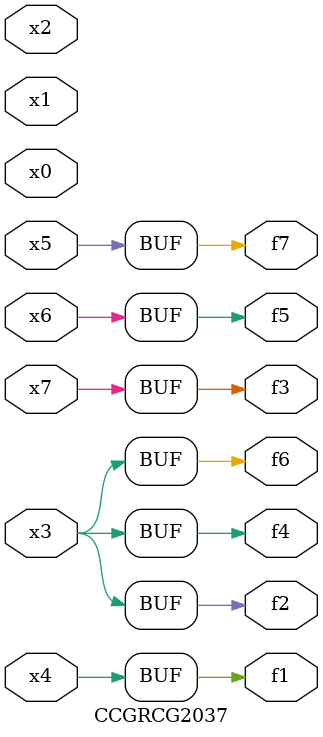
<source format=v>
module CCGRCG2037(
	input x0, x1, x2, x3, x4, x5, x6, x7,
	output f1, f2, f3, f4, f5, f6, f7
);
	assign f1 = x4;
	assign f2 = x3;
	assign f3 = x7;
	assign f4 = x3;
	assign f5 = x6;
	assign f6 = x3;
	assign f7 = x5;
endmodule

</source>
